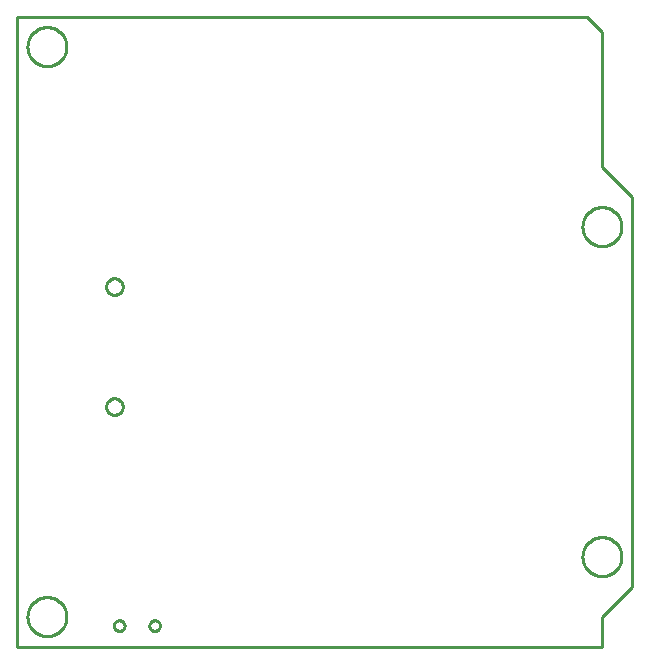
<source format=gbr>
G04 EAGLE Gerber RS-274X export*
G75*
%MOMM*%
%FSLAX34Y34*%
%LPD*%
%IN*%
%IPPOS*%
%AMOC8*
5,1,8,0,0,1.08239X$1,22.5*%
G01*
%ADD10C,0.254000*%


D10*
X0Y0D02*
X495300Y0D01*
X495300Y25400D01*
X520700Y50800D01*
X520700Y381000D01*
X495300Y406400D01*
X495300Y520700D01*
X482600Y533400D01*
X0Y533400D01*
X0Y0D01*
X511810Y355060D02*
X511739Y353981D01*
X511598Y352909D01*
X511387Y351849D01*
X511108Y350805D01*
X510760Y349781D01*
X510346Y348783D01*
X509868Y347813D01*
X509328Y346877D01*
X508727Y345978D01*
X508069Y345121D01*
X507357Y344308D01*
X506592Y343544D01*
X505779Y342831D01*
X504922Y342173D01*
X504023Y341572D01*
X503087Y341032D01*
X502117Y340554D01*
X501119Y340140D01*
X500095Y339792D01*
X499051Y339513D01*
X497991Y339302D01*
X496919Y339161D01*
X495840Y339090D01*
X494760Y339090D01*
X493681Y339161D01*
X492609Y339302D01*
X491549Y339513D01*
X490505Y339792D01*
X489481Y340140D01*
X488483Y340554D01*
X487513Y341032D01*
X486577Y341572D01*
X485678Y342173D01*
X484821Y342831D01*
X484008Y343544D01*
X483244Y344308D01*
X482531Y345121D01*
X481873Y345978D01*
X481272Y346877D01*
X480732Y347813D01*
X480254Y348783D01*
X479840Y349781D01*
X479492Y350805D01*
X479213Y351849D01*
X479002Y352909D01*
X478861Y353981D01*
X478790Y355060D01*
X478790Y356140D01*
X478861Y357219D01*
X479002Y358291D01*
X479213Y359351D01*
X479492Y360395D01*
X479840Y361419D01*
X480254Y362417D01*
X480732Y363387D01*
X481272Y364323D01*
X481873Y365222D01*
X482531Y366079D01*
X483244Y366892D01*
X484008Y367657D01*
X484821Y368369D01*
X485678Y369027D01*
X486577Y369628D01*
X487513Y370168D01*
X488483Y370646D01*
X489481Y371060D01*
X490505Y371408D01*
X491549Y371687D01*
X492609Y371898D01*
X493681Y372039D01*
X494760Y372110D01*
X495840Y372110D01*
X496919Y372039D01*
X497991Y371898D01*
X499051Y371687D01*
X500095Y371408D01*
X501119Y371060D01*
X502117Y370646D01*
X503087Y370168D01*
X504023Y369628D01*
X504922Y369027D01*
X505779Y368369D01*
X506592Y367657D01*
X507357Y366892D01*
X508069Y366079D01*
X508727Y365222D01*
X509328Y364323D01*
X509868Y363387D01*
X510346Y362417D01*
X510760Y361419D01*
X511108Y360395D01*
X511387Y359351D01*
X511598Y358291D01*
X511739Y357219D01*
X511810Y356140D01*
X511810Y355060D01*
X511810Y75660D02*
X511739Y74581D01*
X511598Y73509D01*
X511387Y72449D01*
X511108Y71405D01*
X510760Y70381D01*
X510346Y69383D01*
X509868Y68413D01*
X509328Y67477D01*
X508727Y66578D01*
X508069Y65721D01*
X507357Y64908D01*
X506592Y64144D01*
X505779Y63431D01*
X504922Y62773D01*
X504023Y62172D01*
X503087Y61632D01*
X502117Y61154D01*
X501119Y60740D01*
X500095Y60392D01*
X499051Y60113D01*
X497991Y59902D01*
X496919Y59761D01*
X495840Y59690D01*
X494760Y59690D01*
X493681Y59761D01*
X492609Y59902D01*
X491549Y60113D01*
X490505Y60392D01*
X489481Y60740D01*
X488483Y61154D01*
X487513Y61632D01*
X486577Y62172D01*
X485678Y62773D01*
X484821Y63431D01*
X484008Y64144D01*
X483244Y64908D01*
X482531Y65721D01*
X481873Y66578D01*
X481272Y67477D01*
X480732Y68413D01*
X480254Y69383D01*
X479840Y70381D01*
X479492Y71405D01*
X479213Y72449D01*
X479002Y73509D01*
X478861Y74581D01*
X478790Y75660D01*
X478790Y76740D01*
X478861Y77819D01*
X479002Y78891D01*
X479213Y79951D01*
X479492Y80995D01*
X479840Y82019D01*
X480254Y83017D01*
X480732Y83987D01*
X481272Y84923D01*
X481873Y85822D01*
X482531Y86679D01*
X483244Y87492D01*
X484008Y88257D01*
X484821Y88969D01*
X485678Y89627D01*
X486577Y90228D01*
X487513Y90768D01*
X488483Y91246D01*
X489481Y91660D01*
X490505Y92008D01*
X491549Y92287D01*
X492609Y92498D01*
X493681Y92639D01*
X494760Y92710D01*
X495840Y92710D01*
X496919Y92639D01*
X497991Y92498D01*
X499051Y92287D01*
X500095Y92008D01*
X501119Y91660D01*
X502117Y91246D01*
X503087Y90768D01*
X504023Y90228D01*
X504922Y89627D01*
X505779Y88969D01*
X506592Y88257D01*
X507357Y87492D01*
X508069Y86679D01*
X508727Y85822D01*
X509328Y84923D01*
X509868Y83987D01*
X510346Y83017D01*
X510760Y82019D01*
X511108Y80995D01*
X511387Y79951D01*
X511598Y78891D01*
X511739Y77819D01*
X511810Y76740D01*
X511810Y75660D01*
X41910Y24860D02*
X41839Y23781D01*
X41698Y22709D01*
X41487Y21649D01*
X41208Y20605D01*
X40860Y19581D01*
X40446Y18583D01*
X39968Y17613D01*
X39428Y16677D01*
X38827Y15778D01*
X38169Y14921D01*
X37457Y14108D01*
X36692Y13344D01*
X35879Y12631D01*
X35022Y11973D01*
X34123Y11372D01*
X33187Y10832D01*
X32217Y10354D01*
X31219Y9940D01*
X30195Y9592D01*
X29151Y9313D01*
X28091Y9102D01*
X27019Y8961D01*
X25940Y8890D01*
X24860Y8890D01*
X23781Y8961D01*
X22709Y9102D01*
X21649Y9313D01*
X20605Y9592D01*
X19581Y9940D01*
X18583Y10354D01*
X17613Y10832D01*
X16677Y11372D01*
X15778Y11973D01*
X14921Y12631D01*
X14108Y13344D01*
X13344Y14108D01*
X12631Y14921D01*
X11973Y15778D01*
X11372Y16677D01*
X10832Y17613D01*
X10354Y18583D01*
X9940Y19581D01*
X9592Y20605D01*
X9313Y21649D01*
X9102Y22709D01*
X8961Y23781D01*
X8890Y24860D01*
X8890Y25940D01*
X8961Y27019D01*
X9102Y28091D01*
X9313Y29151D01*
X9592Y30195D01*
X9940Y31219D01*
X10354Y32217D01*
X10832Y33187D01*
X11372Y34123D01*
X11973Y35022D01*
X12631Y35879D01*
X13344Y36692D01*
X14108Y37457D01*
X14921Y38169D01*
X15778Y38827D01*
X16677Y39428D01*
X17613Y39968D01*
X18583Y40446D01*
X19581Y40860D01*
X20605Y41208D01*
X21649Y41487D01*
X22709Y41698D01*
X23781Y41839D01*
X24860Y41910D01*
X25940Y41910D01*
X27019Y41839D01*
X28091Y41698D01*
X29151Y41487D01*
X30195Y41208D01*
X31219Y40860D01*
X32217Y40446D01*
X33187Y39968D01*
X34123Y39428D01*
X35022Y38827D01*
X35879Y38169D01*
X36692Y37457D01*
X37457Y36692D01*
X38169Y35879D01*
X38827Y35022D01*
X39428Y34123D01*
X39968Y33187D01*
X40446Y32217D01*
X40860Y31219D01*
X41208Y30195D01*
X41487Y29151D01*
X41698Y28091D01*
X41839Y27019D01*
X41910Y25940D01*
X41910Y24860D01*
X41910Y507460D02*
X41839Y506381D01*
X41698Y505309D01*
X41487Y504249D01*
X41208Y503205D01*
X40860Y502181D01*
X40446Y501183D01*
X39968Y500213D01*
X39428Y499277D01*
X38827Y498378D01*
X38169Y497521D01*
X37457Y496708D01*
X36692Y495944D01*
X35879Y495231D01*
X35022Y494573D01*
X34123Y493972D01*
X33187Y493432D01*
X32217Y492954D01*
X31219Y492540D01*
X30195Y492192D01*
X29151Y491913D01*
X28091Y491702D01*
X27019Y491561D01*
X25940Y491490D01*
X24860Y491490D01*
X23781Y491561D01*
X22709Y491702D01*
X21649Y491913D01*
X20605Y492192D01*
X19581Y492540D01*
X18583Y492954D01*
X17613Y493432D01*
X16677Y493972D01*
X15778Y494573D01*
X14921Y495231D01*
X14108Y495944D01*
X13344Y496708D01*
X12631Y497521D01*
X11973Y498378D01*
X11372Y499277D01*
X10832Y500213D01*
X10354Y501183D01*
X9940Y502181D01*
X9592Y503205D01*
X9313Y504249D01*
X9102Y505309D01*
X8961Y506381D01*
X8890Y507460D01*
X8890Y508540D01*
X8961Y509619D01*
X9102Y510691D01*
X9313Y511751D01*
X9592Y512795D01*
X9940Y513819D01*
X10354Y514817D01*
X10832Y515787D01*
X11372Y516723D01*
X11973Y517622D01*
X12631Y518479D01*
X13344Y519292D01*
X14108Y520057D01*
X14921Y520769D01*
X15778Y521427D01*
X16677Y522028D01*
X17613Y522568D01*
X18583Y523046D01*
X19581Y523460D01*
X20605Y523808D01*
X21649Y524087D01*
X22709Y524298D01*
X23781Y524439D01*
X24860Y524510D01*
X25940Y524510D01*
X27019Y524439D01*
X28091Y524298D01*
X29151Y524087D01*
X30195Y523808D01*
X31219Y523460D01*
X32217Y523046D01*
X33187Y522568D01*
X34123Y522028D01*
X35022Y521427D01*
X35879Y520769D01*
X36692Y520057D01*
X37457Y519292D01*
X38169Y518479D01*
X38827Y517622D01*
X39428Y516723D01*
X39968Y515787D01*
X40446Y514817D01*
X40860Y513819D01*
X41208Y512795D01*
X41487Y511751D01*
X41698Y510691D01*
X41839Y509619D01*
X41910Y508540D01*
X41910Y507460D01*
X112100Y18075D02*
X112177Y18660D01*
X112330Y19230D01*
X112555Y19775D01*
X112850Y20285D01*
X113209Y20753D01*
X113627Y21171D01*
X114095Y21530D01*
X114605Y21825D01*
X115150Y22050D01*
X115720Y22203D01*
X116305Y22280D01*
X116895Y22280D01*
X117480Y22203D01*
X118050Y22050D01*
X118595Y21825D01*
X119105Y21530D01*
X119573Y21171D01*
X119991Y20753D01*
X120350Y20285D01*
X120645Y19775D01*
X120870Y19230D01*
X121023Y18660D01*
X121100Y18075D01*
X121100Y17485D01*
X121023Y16900D01*
X120870Y16330D01*
X120645Y15785D01*
X120350Y15275D01*
X119991Y14807D01*
X119573Y14389D01*
X119105Y14030D01*
X118595Y13735D01*
X118050Y13510D01*
X117480Y13357D01*
X116895Y13280D01*
X116305Y13280D01*
X115720Y13357D01*
X115150Y13510D01*
X114605Y13735D01*
X114095Y14030D01*
X113627Y14389D01*
X113209Y14807D01*
X112850Y15275D01*
X112555Y15785D01*
X112330Y16330D01*
X112177Y16900D01*
X112100Y17485D01*
X112100Y18075D01*
X82100Y18075D02*
X82177Y18660D01*
X82330Y19230D01*
X82555Y19775D01*
X82850Y20285D01*
X83209Y20753D01*
X83627Y21171D01*
X84095Y21530D01*
X84605Y21825D01*
X85150Y22050D01*
X85720Y22203D01*
X86305Y22280D01*
X86895Y22280D01*
X87480Y22203D01*
X88050Y22050D01*
X88595Y21825D01*
X89105Y21530D01*
X89573Y21171D01*
X89991Y20753D01*
X90350Y20285D01*
X90645Y19775D01*
X90870Y19230D01*
X91023Y18660D01*
X91100Y18075D01*
X91100Y17485D01*
X91023Y16900D01*
X90870Y16330D01*
X90645Y15785D01*
X90350Y15275D01*
X89991Y14807D01*
X89573Y14389D01*
X89105Y14030D01*
X88595Y13735D01*
X88050Y13510D01*
X87480Y13357D01*
X86895Y13280D01*
X86305Y13280D01*
X85720Y13357D01*
X85150Y13510D01*
X84605Y13735D01*
X84095Y14030D01*
X83627Y14389D01*
X83209Y14807D01*
X82850Y15275D01*
X82555Y15785D01*
X82330Y16330D01*
X82177Y16900D01*
X82100Y17485D01*
X82100Y18075D01*
X82206Y297800D02*
X81522Y297867D01*
X80847Y298002D01*
X80189Y298201D01*
X79554Y298464D01*
X78947Y298789D01*
X78375Y299171D01*
X77843Y299607D01*
X77357Y300093D01*
X76921Y300625D01*
X76539Y301197D01*
X76214Y301804D01*
X75951Y302439D01*
X75752Y303097D01*
X75617Y303772D01*
X75550Y304456D01*
X75550Y305144D01*
X75617Y305828D01*
X75752Y306503D01*
X75951Y307161D01*
X76214Y307797D01*
X76539Y308403D01*
X76921Y308975D01*
X77357Y309507D01*
X77843Y309993D01*
X78375Y310429D01*
X78947Y310811D01*
X79554Y311136D01*
X80189Y311399D01*
X80847Y311598D01*
X81522Y311733D01*
X82206Y311800D01*
X82894Y311800D01*
X83578Y311733D01*
X84253Y311598D01*
X84911Y311399D01*
X85547Y311136D01*
X86153Y310811D01*
X86725Y310429D01*
X87257Y309993D01*
X87743Y309507D01*
X88179Y308975D01*
X88561Y308403D01*
X88886Y307797D01*
X89149Y307161D01*
X89348Y306503D01*
X89483Y305828D01*
X89550Y305144D01*
X89550Y304456D01*
X89483Y303772D01*
X89348Y303097D01*
X89149Y302439D01*
X88886Y301804D01*
X88561Y301197D01*
X88179Y300625D01*
X87743Y300093D01*
X87257Y299607D01*
X86725Y299171D01*
X86153Y298789D01*
X85547Y298464D01*
X84911Y298201D01*
X84253Y298002D01*
X83578Y297867D01*
X82894Y297800D01*
X82206Y297800D01*
X82206Y196200D02*
X81522Y196267D01*
X80847Y196402D01*
X80189Y196601D01*
X79554Y196864D01*
X78947Y197189D01*
X78375Y197571D01*
X77843Y198007D01*
X77357Y198493D01*
X76921Y199025D01*
X76539Y199597D01*
X76214Y200204D01*
X75951Y200839D01*
X75752Y201497D01*
X75617Y202172D01*
X75550Y202856D01*
X75550Y203544D01*
X75617Y204228D01*
X75752Y204903D01*
X75951Y205561D01*
X76214Y206197D01*
X76539Y206803D01*
X76921Y207375D01*
X77357Y207907D01*
X77843Y208393D01*
X78375Y208829D01*
X78947Y209211D01*
X79554Y209536D01*
X80189Y209799D01*
X80847Y209998D01*
X81522Y210133D01*
X82206Y210200D01*
X82894Y210200D01*
X83578Y210133D01*
X84253Y209998D01*
X84911Y209799D01*
X85547Y209536D01*
X86153Y209211D01*
X86725Y208829D01*
X87257Y208393D01*
X87743Y207907D01*
X88179Y207375D01*
X88561Y206803D01*
X88886Y206197D01*
X89149Y205561D01*
X89348Y204903D01*
X89483Y204228D01*
X89550Y203544D01*
X89550Y202856D01*
X89483Y202172D01*
X89348Y201497D01*
X89149Y200839D01*
X88886Y200204D01*
X88561Y199597D01*
X88179Y199025D01*
X87743Y198493D01*
X87257Y198007D01*
X86725Y197571D01*
X86153Y197189D01*
X85547Y196864D01*
X84911Y196601D01*
X84253Y196402D01*
X83578Y196267D01*
X82894Y196200D01*
X82206Y196200D01*
M02*

</source>
